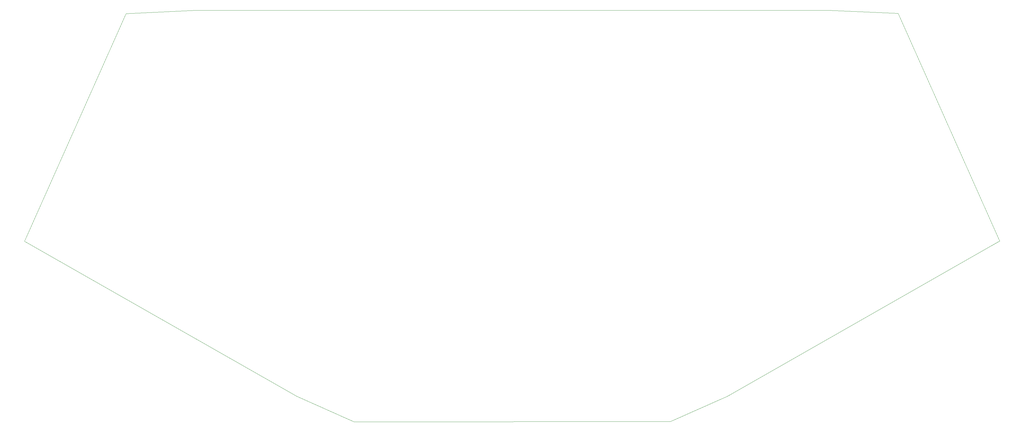
<source format=gm1>
%TF.GenerationSoftware,KiCad,Pcbnew,6.0.4-1.fc35*%
%TF.CreationDate,2022-04-29T05:39:44+02:00*%
%TF.ProjectId,lineata,6c696e65-6174-4612-9e6b-696361645f70,0.1*%
%TF.SameCoordinates,Original*%
%TF.FileFunction,Profile,NP*%
%FSLAX46Y46*%
G04 Gerber Fmt 4.6, Leading zero omitted, Abs format (unit mm)*
G04 Created by KiCad (PCBNEW 6.0.4-1.fc35) date 2022-04-29 05:39:44*
%MOMM*%
%LPD*%
G01*
G04 APERTURE LIST*
%TA.AperFunction,Profile*%
%ADD10C,0.010000*%
%TD*%
G04 APERTURE END LIST*
D10*
X82209018Y-89227513D02*
X51210685Y-158830554D01*
X248314391Y-214001870D02*
X265717432Y-206253537D01*
X296579671Y-88247081D02*
X103484018Y-88252513D01*
X134355846Y-206286002D02*
X151758887Y-214034335D01*
X265717432Y-206253537D02*
X348838004Y-158805122D01*
X317864671Y-89202081D02*
X296579671Y-88247081D01*
X348838004Y-158805122D02*
X317864671Y-89202081D01*
X151758887Y-214034335D02*
X248314391Y-214001870D01*
X51210685Y-158830554D02*
X134355846Y-206286002D01*
X103484018Y-88252513D02*
X82209018Y-89227513D01*
M02*

</source>
